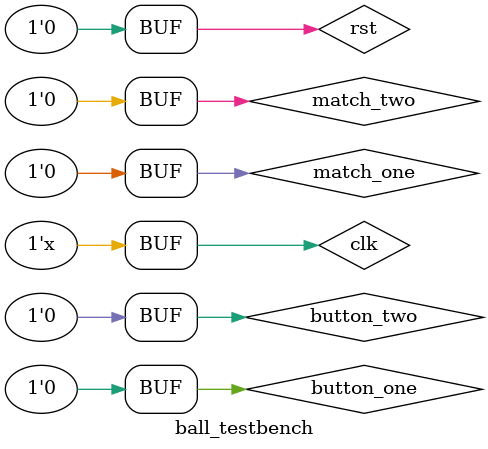
<source format=v>
`timescale 1ns / 1ps


module ball_testbench(
    );
    
wire [15:0]pos;
wire hittable_one, hittable_two, start_game;
reg button_one, button_two, match_one, match_two, clk, rst;

//ball b(pos, hittable_one, hittable_two, start_game, button_one, button_two, match_one, match_two, clk, rst, slowclk, squash);
ball b(pos, hittable_one, hittable_two, start_game, button_one, button_two, match_one, match_two, clk, rst);


initial begin
    rst = 1;
    clk = 0;
    match_one = 0;
    match_two = 0;
    #(20) rst = 0;
 
    button_one = 0;
    button_two = 0;
    
    #(60) button_one = 1;
    #(100) button_one = 0;
    
end

always begin
    #(10) clk = ~clk;
end
    
endmodule
</source>
